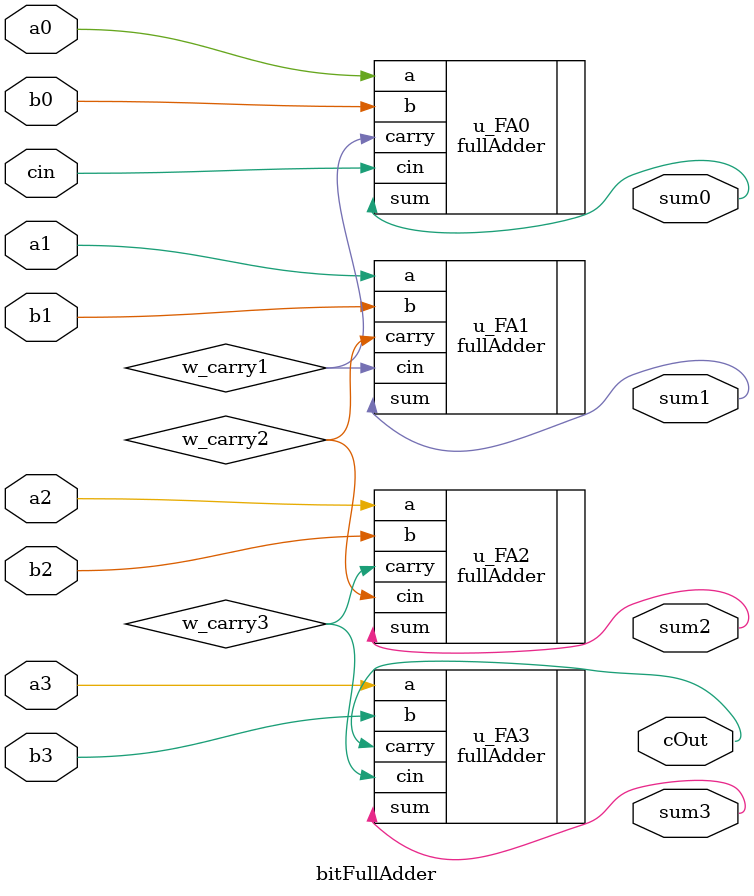
<source format=v>
`timescale 1ns / 1ps

module bitFullAdder(
input a0,
input a1,
input a2,
input a3,
input b0,
input b1,
input b2,
input b3,
input cin,
output sum0,
output sum1,
output sum2,
output sum3,
output cOut
    );
    
wire w_carry1,w_carry2,w_carry3;    

fullAdder u_FA0(
.a(a0),
.b(b0),
.cin(cin),
.carry(w_carry1),
.sum(sum0)
);
fullAdder u_FA1(
.a(a1),
.b(b1),
.cin(w_carry1),
.carry(w_carry2),
.sum(sum1)
);
fullAdder u_FA2(
.a(a2),
.b(b2),
.cin(w_carry2),
.carry(w_carry3),
.sum(sum2)
);
fullAdder u_FA3(
.a(a3),
.b(b3),
.cin(w_carry3),
.sum(sum3),
.carry(cOut)
);

endmodule

</source>
